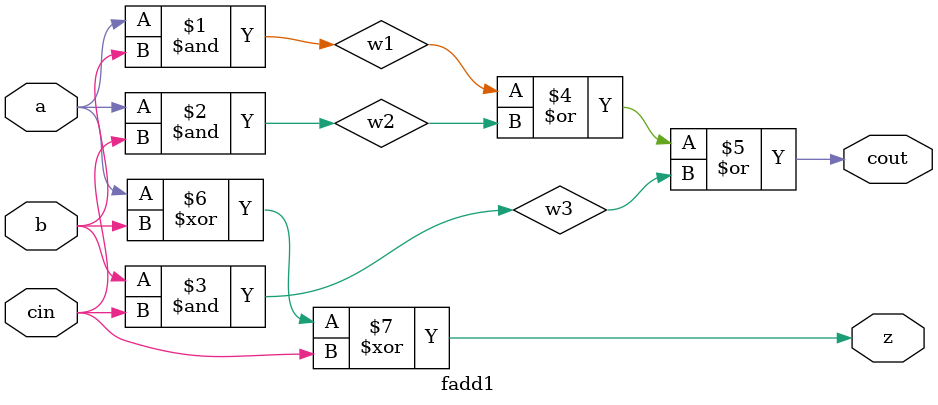
<source format=v>
module adder_gate(x, y, carry, out);
input [7:0] x, y;
output carry;
output [7:0] out;

/*Write your code here*/

	wire [7:0] cout;
	fadd1 g1( .cout(cout[0]), .z(out[0]),
		  .a(x[0]), .b(y[0]), .cin(1'b0) );

	genvar gi;
	generate for (gi=1; gi<7; gi=gi+1)
	begin
		fadd1 inst_fadd(
			.cout(cout[gi]), .z(out[gi]),
			.a(x[gi]), .b(y[gi]), .cin(cout[gi-1]) );
	end
	endgenerate
	fadd1 g8( .cout(carry), .z(out[7]),
		  .a(x[7]), .b(y[7]), .cin(cout[6]) );
//	and #1 g7( carry, 1'b1, cout[7] );

/*End of code*/

endmodule


module fadd1(
	input a,
	input b,
	input cin,
	output z,
	output cout
);
	wire w1, w2, w3;

	and #1 fadd1_g1(w1, a, b);
	and #1 fadd1_g2(w2, a, cin);
	and #1 fadd1_g3(w3, b, cin);
	or #1  fadd1_g4(cout, w1, w2, w3);
	xor #1 fadd1_g5(z, a, b, cin);
//	cout = a&b | a&cin | b&cin;
//	z = a^b^cin
endmodule

</source>
